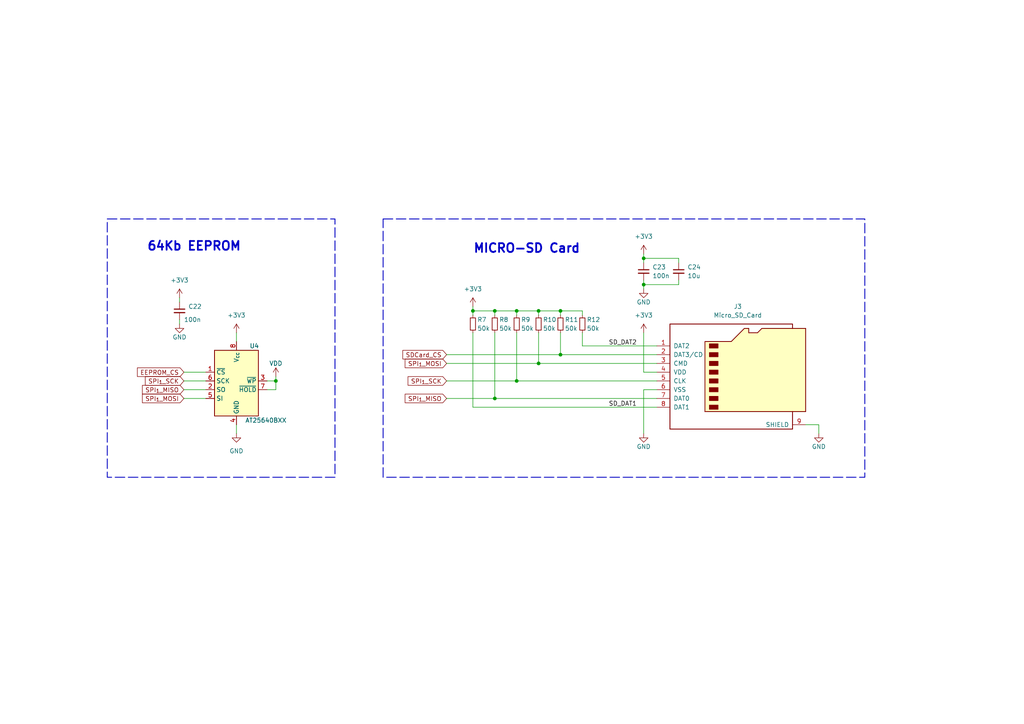
<source format=kicad_sch>
(kicad_sch (version 20231120) (generator "eeschema") (generator_version "8.0")
  (paper "A4")
  (title_block (title "External Memory - Daughter Board") (date "2023-12-08") (rev "1") (company "NYU FSAE"))
  (lib_symbols
    (symbol "Connector:Micro_SD_Card" (pin_names (offset 1.016))
      (property "Reference" "J" (at -16.51 15.24 0))
      (property "Value" "Micro_SD_Card" (at 16.51 15.24 0))
      (symbol "Micro_SD_Card_0_1"
        (rectangle (start -7.62 -9.525) (end -5.08 -10.795) (fill (type outline)))
        (rectangle (start -7.62 -6.985) (end -5.08 -8.255) (fill (type outline)))
        (rectangle (start -7.62 -4.445) (end -5.08 -5.715) (fill (type outline)))
        (rectangle (start -7.62 -1.905) (end -5.08 -3.175) (fill (type outline)))
        (rectangle (start -7.62 0.635) (end -5.08 -0.635) (fill (type outline)))
        (rectangle (start -7.62 3.175) (end -5.08 1.905) (fill (type outline)))
        (rectangle (start -7.62 5.715) (end -5.08 4.445) (fill (type outline)))
        (rectangle (start -7.62 8.255) (end -5.08 6.985) (fill (type outline)))
        (polyline (pts (xy 16.51 12.7) (xy 16.51 13.97) (xy -19.05 13.97) (xy -19.05 -16.51) (xy 16.51 -16.51) (xy 16.51 -11.43)) (stroke (width 0.254)))
        (polyline (pts (xy -8.89 -11.43) (xy -8.89 8.89) (xy -1.27 8.89) (xy 2.54 12.7) (xy 3.81 12.7) (xy 3.81 11.43) (xy 6.35 11.43) (xy 7.62 12.7) (xy 20.32 12.7) (xy 20.32 -11.43) (xy -8.89 -11.43)) (stroke (width 0.254)) (fill (type background)))
      )
      (symbol "Micro_SD_Card_1_1"
        (pin bidirectional line (at -22.86 7.62 0) (length 3.81) (name "DAT2") (number "1"))
        (pin bidirectional line (at -22.86 5.08 0) (length 3.81) (name "DAT3/CD") (number "2"))
        (pin input line (at -22.86 2.54 0) (length 3.81) (name "CMD") (number "3"))
        (pin power_in line (at -22.86 0 0) (length 3.81) (name "VDD") (number "4"))
        (pin input line (at -22.86 -2.54 0) (length 3.81) (name "CLK") (number "5"))
        (pin power_in line (at -22.86 -5.08 0) (length 3.81) (name "VSS") (number "6"))
        (pin bidirectional line (at -22.86 -7.62 0) (length 3.81) (name "DAT0") (number "7"))
        (pin bidirectional line (at -22.86 -10.16 0) (length 3.81) (name "DAT1") (number "8"))
        (pin passive line (at 20.32 -15.24 180) (length 3.81) (name "SHIELD") (number "9"))
      )
    )
    (symbol "Device:C_Small" (pin_numbers hide) (pin_names (offset 0.254) hide)
      (property "Reference" "C" (at 0.254 1.778 0))
      (property "Value" "C_Small" (at 0.254 -2.032 0))
      (symbol "C_Small_0_1"
        (polyline (pts (xy -1.524 -0.508) (xy 1.524 -0.508)) (stroke (width 0.3302)))
        (polyline (pts (xy -1.524 0.508) (xy 1.524 0.508)) (stroke (width 0.3048)))
      )
      (symbol "C_Small_1_1"
        (pin passive line (at 0 2.54 270) (length 2.032) (name "~") (number "1"))
        (pin passive line (at 0 -2.54 90) (length 2.032) (name "~") (number "2"))
      )
    )
    (symbol "Device:R_Small" (pin_numbers hide) (pin_names (offset 0.254) hide)
      (property "Reference" "R" (at 0.762 0.508 0))
      (property "Value" "R_Small" (at 0.762 -1.016 0))
      (symbol "R_Small_0_1"
        (rectangle (start -0.762 1.778) (end 0.762 -1.778) (stroke (width 0.2032)))
      )
      (symbol "R_Small_1_1"
        (pin passive line (at 0 2.54 270) (length 0.762) (name "~") (number "1"))
        (pin passive line (at 0 -2.54 90) (length 0.762) (name "~") (number "2"))
      )
    )
    (symbol "additional_lib:AT25640BXX"
      (property "Reference" "U" (at 7.62 -5.08 0))
      (property "Value" "AT25640BXX" (at 0 -5.08 0))
      (symbol "AT25640BXX_1_1"
        (rectangle (start -6.35 19.05) (end 6.35 0) (stroke (width 0.254)) (fill (type background)))
        (pin input line (at -8.89 12.7 0) (length 2.54) (name "~{CS}") (number "1"))
        (pin input line (at -8.89 7.62 0) (length 2.54) (name "SO") (number "2"))
        (pin input line (at 8.89 10.16 180) (length 2.54) (name "~{WP}") (number "3"))
        (pin input line (at 0 -2.54 90) (length 2.54) (name "GND") (number "4"))
        (pin input line (at -8.89 5.08 0) (length 2.54) (name "SI") (number "5"))
        (pin input line (at -8.89 10.16 0) (length 2.54) (name "SCK") (number "6"))
        (pin input line (at 8.89 7.62 180) (length 2.54) (name "~{HOLD}") (number "7"))
        (pin input line (at 0 21.59 270) (length 2.54) (name "V_{cc}") (number "8"))
      )
    )
    (symbol "power:+3V3" (power) (pin_names (offset 0))
      (property "Value" "+3V3" (at 0 3.556 0))
      (symbol "+3V3_0_1"
        (polyline (pts (xy -0.762 1.27) (xy 0 2.54)))
        (polyline (pts (xy 0 0) (xy 0 2.54)))
        (polyline (pts (xy 0 2.54) (xy 0.762 1.27)))
      )
      (symbol "+3V3_1_1"
        (pin power_in line (at 0 0 90) (length 0) hide (name "+3V3") (number "1"))
      )
    )
    (symbol "power:GND" (power) (pin_names (offset 0))
      (property "Value" "GND" (at 0 -3.81 0))
      (symbol "GND_0_1"
        (polyline (pts (xy 0 0) (xy 0 -1.27) (xy 1.27 -1.27) (xy 0 -2.54) (xy -1.27 -1.27) (xy 0 -1.27)))
      )
      (symbol "GND_1_1"
        (pin power_in line (at 0 0 270) (length 0) hide (name "GND") (number "1"))
      )
    )
    (symbol "power:VDD" (power) (pin_names (offset 0))
      (property "Value" "VDD" (at 0 3.81 0))
      (symbol "VDD_0_1"
        (polyline (pts (xy -0.762 1.27) (xy 0 2.54)))
        (polyline (pts (xy 0 0) (xy 0 2.54)))
        (polyline (pts (xy 0 2.54) (xy 0.762 1.27)))
      )
      (symbol "VDD_1_1"
        (pin power_in line (at 0 0 90) (length 0) hide (name "VDD") (number "1"))
      )
    )
  )
  (junction (at 186.69 74.93))
  (junction (at 149.86 90.17))
  (junction (at 143.51 90.17))
  (junction (at 156.21 90.17))
  (junction (at 156.21 105.41))
  (junction (at 162.56 90.17))
  (junction (at 80.01 110.49))
  (junction (at 143.51 115.57))
  (junction (at 162.56 102.87))
  (junction (at 137.16 90.17))
  (junction (at 186.69 82.55))
  (junction (at 149.86 110.49))
  (wire (pts (xy 68.58 123.19) (xy 68.58 125.73)))
  (wire (pts (xy 143.51 90.17) (xy 137.16 90.17)))
  (wire (pts (xy 149.86 110.49) (xy 149.86 96.52)))
  (wire (pts (xy 168.91 100.33) (xy 168.91 96.52)))
  (wire (pts (xy 162.56 91.44) (xy 162.56 90.17)))
  (wire (pts (xy 137.16 118.11) (xy 137.16 96.52)))
  (wire (pts (xy 186.69 82.55) (xy 196.85 82.55)))
  (wire (pts (xy 186.69 81.28) (xy 186.69 82.55)))
  (wire (pts (xy 52.07 86.36) (xy 52.07 87.63)))
  (wire (pts (xy 162.56 102.87) (xy 162.56 96.52)))
  (wire (pts (xy 190.5 118.11) (xy 137.16 118.11)))
  (wire (pts (xy 186.69 113.03) (xy 186.69 125.73)))
  (wire (pts (xy 237.49 123.19) (xy 237.49 125.73)))
  (wire (pts (xy 186.69 74.93) (xy 196.85 74.93)))
  (wire (pts (xy 190.5 115.57) (xy 143.51 115.57)))
  (wire (pts (xy 162.56 90.17) (xy 156.21 90.17)))
  (wire (pts (xy 190.5 107.95) (xy 186.69 107.95)))
  (wire (pts (xy 156.21 91.44) (xy 156.21 90.17)))
  (wire (pts (xy 53.34 110.49) (xy 59.69 110.49)))
  (wire (pts (xy 129.54 115.57) (xy 143.51 115.57)))
  (wire (pts (xy 149.86 90.17) (xy 156.21 90.17)))
  (wire (pts (xy 68.58 96.52) (xy 68.58 99.06)))
  (wire (pts (xy 80.01 109.22) (xy 80.01 110.49)))
  (wire (pts (xy 190.5 102.87) (xy 162.56 102.87)))
  (wire (pts (xy 137.16 88.9) (xy 137.16 90.17)))
  (wire (pts (xy 52.07 93.98) (xy 52.07 92.71)))
  (wire (pts (xy 233.68 123.19) (xy 237.49 123.19)))
  (wire (pts (xy 53.34 115.57) (xy 59.69 115.57)))
  (wire (pts (xy 129.54 110.49) (xy 149.86 110.49)))
  (wire (pts (xy 190.5 110.49) (xy 149.86 110.49)))
  (wire (pts (xy 53.34 113.03) (xy 59.69 113.03)))
  (wire (pts (xy 168.91 90.17) (xy 162.56 90.17)))
  (wire (pts (xy 156.21 105.41) (xy 156.21 96.52)))
  (wire (pts (xy 196.85 76.2) (xy 196.85 74.93)))
  (wire (pts (xy 190.5 100.33) (xy 168.91 100.33)))
  (wire (pts (xy 143.51 91.44) (xy 143.51 90.17)))
  (wire (pts (xy 186.69 82.55) (xy 186.69 83.82)))
  (wire (pts (xy 196.85 82.55) (xy 196.85 81.28)))
  (wire (pts (xy 129.54 105.41) (xy 156.21 105.41)))
  (wire (pts (xy 149.86 91.44) (xy 149.86 90.17)))
  (wire (pts (xy 137.16 90.17) (xy 137.16 91.44)))
  (wire (pts (xy 168.91 91.44) (xy 168.91 90.17)))
  (wire (pts (xy 186.69 107.95) (xy 186.69 96.52)))
  (wire (pts (xy 149.86 90.17) (xy 143.51 90.17)))
  (wire (pts (xy 77.47 113.03) (xy 80.01 113.03)))
  (wire (pts (xy 143.51 115.57) (xy 143.51 96.52)))
  (wire (pts (xy 80.01 110.49) (xy 77.47 110.49)))
  (wire (pts (xy 80.01 113.03) (xy 80.01 110.49)))
  (wire (pts (xy 190.5 105.41) (xy 156.21 105.41)))
  (wire (pts (xy 129.54 102.87) (xy 162.56 102.87)))
  (wire (pts (xy 190.5 113.03) (xy 186.69 113.03)))
  (wire (pts (xy 186.69 73.66) (xy 186.69 74.93)))
  (wire (pts (xy 186.69 74.93) (xy 186.69 76.2)))
  (wire (pts (xy 53.34 107.95) (xy 59.69 107.95)))
  (rectangle (start 31.115 63.5) (end 97.155 138.43) (stroke (width 0.254) (type dash)))
  (rectangle (start 111.125 63.5) (end 250.825 138.43) (stroke (width 0.254) (type dash)))
  (text "MICRO-SD Card" (at 137.16 73.66 0) (effects (font (size 2.54 2.54) (bold yes)) (justify left bottom)))
  (text "64Kb EEPROM" (at 42.545 73.025 0) (effects (font (size 2.54 2.54) (thickness 0.508) (bold yes)) (justify left bottom)))
  (label "SD_DAT2" (at 176.53 100.33 0))
  (label "SD_DAT1" (at 176.53 118.11 0))
  (global_label "SPI_{1}_SCK" (shape input) (at 129.54 110.49 180) (property "Intersheetrefs" "${INTERSHEET_REFS}" (effects (hide yes))))
  (global_label "SPI_{1}_MISO" (shape input) (at 129.54 115.57 180) (property "Intersheetrefs" "${INTERSHEET_REFS}" (effects (hide yes))))
  (global_label "SDCard_CS" (shape input) (at 129.54 102.87 180) (property "Intersheetrefs" "${INTERSHEET_REFS}" (effects (hide yes))))
  (global_label "EEPROM_CS" (shape input) (at 53.34 107.95 180) (property "Intersheetrefs" "${INTERSHEET_REFS}" (effects (hide yes))))
  (global_label "SPI_{1}_MISO" (shape input) (at 53.34 113.03 180) (property "Intersheetrefs" "${INTERSHEET_REFS}" (effects (hide yes))))
  (global_label "SPI_{1}_SCK" (shape input) (at 53.34 110.49 180) (property "Intersheetrefs" "${INTERSHEET_REFS}" (effects (hide yes))))
  (global_label "SPI_{1}_MOSI" (shape input) (at 129.54 105.41 180) (property "Intersheetrefs" "${INTERSHEET_REFS}" (effects (hide yes))))
  (global_label "SPI_{1}_MOSI" (shape input) (at 53.34 115.57 180) (property "Intersheetrefs" "${INTERSHEET_REFS}" (effects (hide yes))))
  (symbol (lib_id "power:GND") (at 52.07 93.98 0) (unit 1)
    (property "Reference" "#PWR0127" (effects (hide yes)))
    (property "Value" "GND" (at 52.07 97.79 0))
  )
  (symbol (lib_id "additional_lib:AT25640BXX") (at 68.58 120.65 0) (unit 1)
    (property "Reference" "U4" (at 72.39 100.33 0) (effects (justify left)))
    (property "Value" "AT25640BXX" (at 71.12 121.92 0) (effects (justify left)))
    (property "Footprint" "Package_SO:TSSOP-8_4.4x3mm_P0.65mm" (effects (hide yes)))
    (property "Digikey" "AT25640B-XHL-TCT-ND" (effects (hide yes)))
    (property "Name" "AT25640B-XHL-T" (effects (hide yes)))
  )
  (symbol (lib_id "Device:R_Small") (at 156.21 93.98 0) (unit 1)
    (property "Reference" "R10" (at 157.48 92.71 0) (effects (justify left)))
    (property "Value" "50k" (at 157.48 95.25 0) (effects (justify left)))
    (property "Footprint" "Resistor_SMD:R_0603_1608Metric" (effects (hide yes)))
    (property "Digikey" "13-RT0603BRD0750KLCT-ND" (effects (hide yes)))
    (property "Name" "RT0603BRD0750KL" (effects (hide yes)))
  )
  (symbol (lib_id "power:GND") (at 237.49 125.73 0) (unit 1)
    (property "Reference" "#PWR051" (effects (hide yes)))
    (property "Value" "GND" (at 237.49 129.54 0))
  )
  (symbol (lib_id "Connector:Micro_SD_Card") (at 213.36 107.95 0) (unit 1)
    (property "Reference" "J3" (at 213.995 88.9 0))
    (property "Value" "Micro_SD_Card" (at 213.995 91.44 0))
    (property "Footprint" "AddProject_footprints:GCT_MEM2075-00-140-01-A" (effects (hide yes)))
    (property "Datasheet" "http://katalog.we-online.de/em/datasheet/693072010801.pdf" (effects (hide yes)))
    (property "Digikey" "2073-MEM2075-00-140-01-ADKR-ND" (effects (hide yes)))
    (property "Name" "MEM2075-00-140-01-A" (effects (hide yes)))
  )
  (symbol (lib_id "power:+3V3") (at 68.58 96.52 0) (unit 1)
    (property "Reference" "#PWR09" (effects (hide yes)))
    (property "Value" "+3V3" (at 68.58 91.44 0))
  )
  (symbol (lib_id "Device:R_Small") (at 162.56 93.98 0) (unit 1)
    (property "Reference" "R11" (at 163.83 92.71 0) (effects (justify left)))
    (property "Value" "50k" (at 163.83 95.25 0) (effects (justify left)))
    (property "Footprint" "Resistor_SMD:R_0603_1608Metric" (effects (hide yes)))
    (property "Digikey" "13-RT0603BRD0750KLCT-ND" (effects (hide yes)))
    (property "Name" "RT0603BRD0750KL" (effects (hide yes)))
  )
  (symbol (lib_id "Device:R_Small") (at 137.16 93.98 0) (unit 1)
    (property "Reference" "R7" (at 138.43 92.71 0) (effects (justify left)))
    (property "Value" "50k" (at 138.43 95.25 0) (effects (justify left)))
    (property "Footprint" "Resistor_SMD:R_0603_1608Metric" (effects (hide yes)))
    (property "Digikey" "13-RT0603BRD0750KLCT-ND" (effects (hide yes)))
    (property "Name" "RT0603BRD0750KL" (effects (hide yes)))
  )
  (symbol (lib_id "Device:R_Small") (at 168.91 93.98 0) (unit 1)
    (property "Reference" "R12" (at 170.18 92.71 0) (effects (justify left)))
    (property "Value" "50k" (at 170.18 95.25 0) (effects (justify left)))
    (property "Footprint" "Resistor_SMD:R_0603_1608Metric" (effects (hide yes)))
    (property "Digikey" "13-RT0603BRD0750KLCT-ND" (effects (hide yes)))
    (property "Name" "RT0603BRD0750KL" (effects (hide yes)))
  )
  (symbol (lib_id "power:+3V3") (at 52.07 86.36 0) (unit 1)
    (property "Reference" "#PWR08" (effects (hide yes)))
    (property "Value" "+3V3" (at 52.07 81.28 0))
  )
  (symbol (lib_id "power:GND") (at 186.69 83.82 0) (unit 1)
    (property "Reference" "#PWR025" (effects (hide yes)))
    (property "Value" "GND" (at 186.69 87.63 0))
  )
  (symbol (lib_id "Device:C_Small") (at 196.85 78.74 0) (unit 1)
    (property "Reference" "C24" (at 199.39 77.4763 0) (effects (justify left)))
    (property "Value" "10u" (at 199.39 80.0163 0) (effects (justify left)))
    (property "Footprint" "Capacitor_SMD:C_0402_1005Metric" (effects (hide yes)))
    (property "Digikey" "490-GRM155R60J106ME05DDKR-ND" (effects (hide yes)))
    (property "Name" "GRM155R60J106ME05D" (effects (hide yes)))
  )
  (symbol (lib_id "Device:C_Small") (at 186.69 78.74 0) (unit 1)
    (property "Reference" "C23" (at 189.23 77.4763 0) (effects (justify left)))
    (property "Value" "100n" (at 189.23 80.0163 0) (effects (justify left)))
    (property "Footprint" "Capacitor_SMD:C_0201_0603Metric" (effects (hide yes)))
    (property "Digikey" "490-5405-1-ND" (effects (hide yes)))
    (property "Name" "GRM033R61A104ME15D" (effects (hide yes)))
  )
  (symbol (lib_id "Device:C_Small") (at 52.07 90.17 0) (unit 1)
    (property "Reference" "C22" (at 54.61 88.9063 0) (effects (justify left)))
    (property "Value" "100n" (at 53.34 92.71 0) (effects (justify left)))
    (property "Footprint" "Capacitor_SMD:C_0201_0603Metric" (effects (hide yes)))
    (property "Digikey" "490-5405-1-ND" (effects (hide yes)))
    (property "Name" "GRM033R61A104ME15D" (effects (hide yes)))
  )
  (symbol (lib_id "power:GND") (at 68.58 125.73 0) (unit 1)
    (property "Reference" "#PWR0128" (effects (hide yes)))
    (property "Value" "GND" (at 68.58 130.81 0))
  )
  (symbol (lib_id "power:+3V3") (at 186.69 96.52 0) (unit 1)
    (property "Reference" "#PWR02" (effects (hide yes)))
    (property "Value" "+3V3" (at 186.69 91.44 0))
  )
  (symbol (lib_id "power:+3V3") (at 137.16 88.9 0) (unit 1)
    (property "Reference" "#PWR012" (effects (hide yes)))
    (property "Value" "+3V3" (at 137.16 83.82 0))
  )
  (symbol (lib_id "power:+3V3") (at 186.69 73.66 0) (unit 1)
    (property "Reference" "#PWR011" (effects (hide yes)))
    (property "Value" "+3V3" (at 186.69 68.58 0))
  )
  (symbol (lib_id "power:GND") (at 186.69 125.73 0) (unit 1)
    (property "Reference" "#PWR01" (effects (hide yes)))
    (property "Value" "GND" (at 186.69 129.54 0))
  )
  (symbol (lib_id "Device:R_Small") (at 149.86 93.98 0) (unit 1)
    (property "Reference" "R9" (at 151.13 92.71 0) (effects (justify left)))
    (property "Value" "50k" (at 151.13 95.25 0) (effects (justify left)))
    (property "Footprint" "Resistor_SMD:R_0603_1608Metric" (effects (hide yes)))
    (property "Digikey" "13-RT0603BRD0750KLCT-ND" (effects (hide yes)))
    (property "Name" "RT0603BRD0750KL" (effects (hide yes)))
  )
  (symbol (lib_id "power:VDD") (at 80.01 109.22 0) (unit 1)
    (property "Reference" "#PWR010" (effects (hide yes)))
    (property "Value" "VDD" (at 80.01 105.41 0))
  )
  (symbol (lib_id "Device:R_Small") (at 143.51 93.98 0) (unit 1)
    (property "Reference" "R8" (at 144.78 92.71 0) (effects (justify left)))
    (property "Value" "50k" (at 144.78 95.25 0) (effects (justify left)))
    (property "Footprint" "Resistor_SMD:R_0603_1608Metric" (effects (hide yes)))
    (property "Digikey" "13-RT0603BRD0750KLCT-ND" (effects (hide yes)))
    (property "Name" "RT0603BRD0750KL" (effects (hide yes)))
  )
)
</source>
